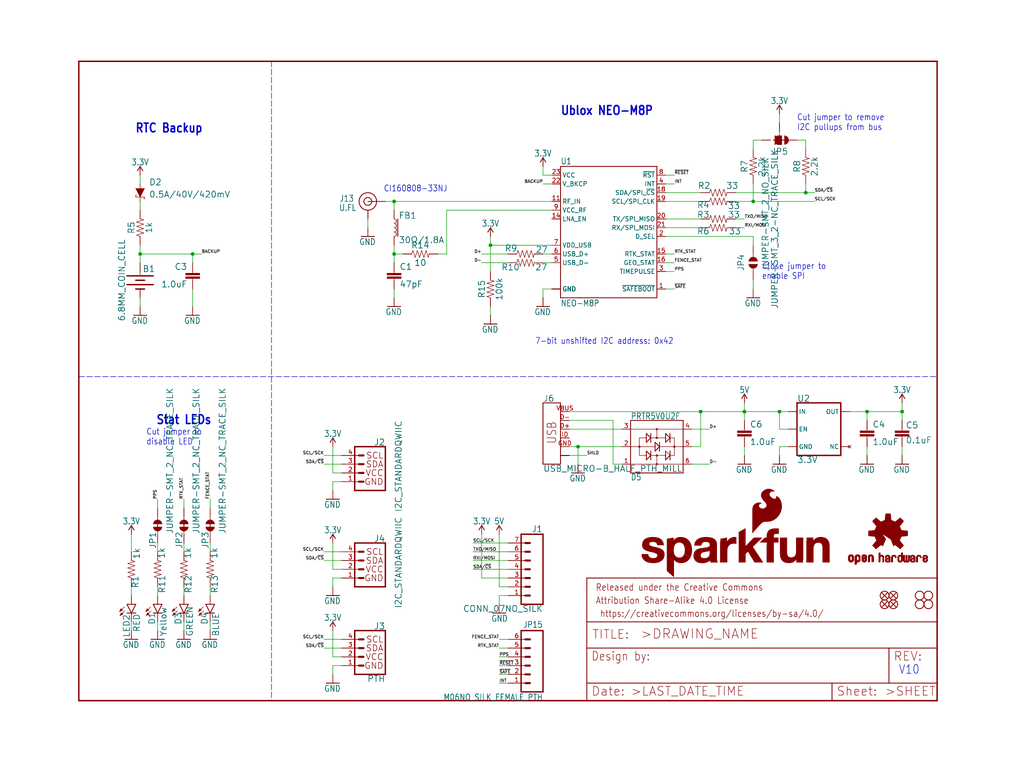
<source format=kicad_sch>
(kicad_sch (version 20211123) (generator eeschema)
  (paper "User" 297.002 223.926)
  (lib_symbols
    (symbol "eagleSchem-eagle-import:0.1UF-0603-25V-(+80{slash}-20%)"
      (property "Reference" "C" (at 1.524 2.921 0))
      (property "Value" "0.1UF-0603-25V-(+80{slash}-20%)" (at 1.524 -2.159 0))
      (symbol "0.1UF-0603-25V-(+80{slash}-20%)_1_0"
        (pin passive line (at 0 5.08 270) (length 2.54) (name "1") (number "1"))
        (pin passive line (at 0 -2.54 90) (length 2.54) (name "2") (number "2"))
      )
    )
    (symbol "eagleSchem-eagle-import:1.0UF-0603-16V-10%"
      (property "Reference" "C" (at 1.524 2.921 0))
      (property "Value" "1.0UF-0603-16V-10%" (at 1.524 -2.159 0))
      (symbol "1.0UF-0603-16V-10%_1_0"
        (pin passive line (at 0 5.08 270) (length 2.54) (name "1") (number "1"))
        (pin passive line (at 0 -2.54 90) (length 2.54) (name "2") (number "2"))
      )
    )
    (symbol "eagleSchem-eagle-import:100KOHM-0603-1{slash}10W-1%"
      (property "Reference" "R" (at 0 1.524 0))
      (property "Value" "100KOHM-0603-1{slash}10W-1%" (at 0 -1.524 0))
      (symbol "100KOHM-0603-1{slash}10W-1%_1_0"
        (pin passive line (at -5.08 0 0) (length 2.54) (name "1") (number "1"))
        (pin passive line (at 5.08 0 180) (length 2.54) (name "2") (number "2"))
      )
    )
    (symbol "eagleSchem-eagle-import:10OHM-0603-1{slash}10W-1%"
      (property "Reference" "R" (at 0 1.524 0))
      (property "Value" "10OHM-0603-1{slash}10W-1%" (at 0 -1.524 0))
      (symbol "10OHM-0603-1{slash}10W-1%_1_0"
        (pin passive line (at -5.08 0 0) (length 2.54) (name "1") (number "1"))
        (pin passive line (at 5.08 0 180) (length 2.54) (name "2") (number "2"))
      )
    )
    (symbol "eagleSchem-eagle-import:1KOHM-0603-1{slash}10W-1%"
      (property "Reference" "R" (at 0 1.524 0))
      (property "Value" "1KOHM-0603-1{slash}10W-1%" (at 0 -1.524 0))
      (symbol "1KOHM-0603-1{slash}10W-1%_1_0"
        (pin passive line (at -5.08 0 0) (length 2.54) (name "1") (number "1"))
        (pin passive line (at 5.08 0 180) (length 2.54) (name "2") (number "2"))
      )
    )
    (symbol "eagleSchem-eagle-import:2.2KOHM-0603-1{slash}10W-1%"
      (property "Reference" "R" (at 0 1.524 0))
      (property "Value" "2.2KOHM-0603-1{slash}10W-1%" (at 0 -1.524 0))
      (symbol "2.2KOHM-0603-1{slash}10W-1%_1_0"
        (pin passive line (at -5.08 0 0) (length 2.54) (name "1") (number "1"))
        (pin passive line (at 5.08 0 180) (length 2.54) (name "2") (number "2"))
      )
    )
    (symbol "eagleSchem-eagle-import:27OHM-0603-1{slash}10W-1%"
      (property "Reference" "R" (at 0 1.524 0))
      (property "Value" "27OHM-0603-1{slash}10W-1%" (at 0 -1.524 0))
      (symbol "27OHM-0603-1{slash}10W-1%_1_0"
        (pin passive line (at -5.08 0 0) (length 2.54) (name "1") (number "1"))
        (pin passive line (at 5.08 0 180) (length 2.54) (name "2") (number "2"))
      )
    )
    (symbol "eagleSchem-eagle-import:3.3V" (power)
      (property "Value" "3.3V" (at 0 2.794 0))
      (symbol "3.3V_1_0"
        (pin power_in line (at 0 0 90) (length 2.54) (name "3.3V") (number "1"))
      )
    )
    (symbol "eagleSchem-eagle-import:33OHM-0603-1{slash}10W-1%"
      (property "Reference" "R" (at 0 1.524 0))
      (property "Value" "33OHM-0603-1{slash}10W-1%" (at 0 -1.524 0))
      (symbol "33OHM-0603-1{slash}10W-1%_1_0"
        (pin passive line (at -5.08 0 0) (length 2.54) (name "1") (number "1"))
        (pin passive line (at 5.08 0 180) (length 2.54) (name "2") (number "2"))
      )
    )
    (symbol "eagleSchem-eagle-import:47PF-0603-50V-5%"
      (property "Reference" "C" (at 1.524 2.921 0))
      (property "Value" "47PF-0603-50V-5%" (at 1.524 -2.159 0))
      (symbol "47PF-0603-50V-5%_1_0"
        (pin passive line (at 0 5.08 270) (length 2.54) (name "1") (number "1"))
        (pin passive line (at 0 -2.54 90) (length 2.54) (name "2") (number "2"))
      )
    )
    (symbol "eagleSchem-eagle-import:5V" (power)
      (property "Value" "5V" (at 0 2.794 0))
      (symbol "5V_1_0"
        (pin power_in line (at 0 0 90) (length 2.54) (name "5V") (number "1"))
      )
    )
    (symbol "eagleSchem-eagle-import:BATTERY-6.8MM_SMD"
      (property "Reference" "BT" (at 0 4.318 0))
      (property "Value" "BATTERY-6.8MM_SMD" (at 0 -4.318 0))
      (symbol "BATTERY-6.8MM_SMD_1_0"
        (pin power_in line (at -5.08 0 0) (length 2.54) (name "+") (number "+"))
        (pin power_in line (at 5.08 0 180) (length 2.54) (name "-") (number "-"))
      )
    )
    (symbol "eagleSchem-eagle-import:CONN_07NO_SILK"
      (property "Reference" "J" (at -5.08 13.208 0))
      (property "Value" "CONN_07NO_SILK" (at -5.08 -9.906 0))
      (symbol "CONN_07NO_SILK_1_0"
        (pin passive line (at 5.08 -5.08 180) (length 5.08) (name "1") (number "1"))
        (pin passive line (at 5.08 -2.54 180) (length 5.08) (name "2") (number "2"))
        (pin passive line (at 5.08 0 180) (length 5.08) (name "3") (number "3"))
        (pin passive line (at 5.08 2.54 180) (length 5.08) (name "4") (number "4"))
        (pin passive line (at 5.08 5.08 180) (length 5.08) (name "5") (number "5"))
        (pin passive line (at 5.08 7.62 180) (length 5.08) (name "6") (number "6"))
        (pin passive line (at 5.08 10.16 180) (length 5.08) (name "7") (number "7"))
      )
    )
    (symbol "eagleSchem-eagle-import:DIODE-SCHOTTKY-PMEG4005EJ"
      (property "Reference" "D" (at -2.54 2.032 0))
      (property "Value" "DIODE-SCHOTTKY-PMEG4005EJ" (at -2.54 -2.032 0))
      (symbol "DIODE-SCHOTTKY-PMEG4005EJ_1_0"
        (pin passive line (at -2.54 0 0) (length 0) (name "A") (number "A"))
        (pin passive line (at 2.54 0 180) (length 0) (name "C") (number "C"))
      )
    )
    (symbol "eagleSchem-eagle-import:FERRITE_BEAD-0603"
      (property "Reference" "FB" (at 1.27 2.54 0))
      (property "Value" "FERRITE_BEAD-0603" (at 1.27 -2.54 0))
      (symbol "FERRITE_BEAD-0603_1_0"
        (pin passive line (at 0 5.08 270) (length 2.54) (name "1") (number "1"))
        (pin passive line (at 0 -5.08 90) (length 2.54) (name "2") (number "2"))
      )
    )
    (symbol "eagleSchem-eagle-import:FIDUCIALUFIDUCIAL")
    (symbol "eagleSchem-eagle-import:FRAME-LETTER"
      (symbol "FRAME-LETTER_2_0"
        (text " https://creativecommons.org/licenses/by-sa/4.0/" (at 2.54 24.13 0) (effects (font (size 1.9304 1.6408)) (justify left bottom)))
        (text ">DRAWING_NAME" (at 15.494 17.78 0) (effects (font (size 2.7432 2.7432)) (justify left bottom)))
        (text ">LAST_DATE_TIME" (at 12.7 1.27 0) (effects (font (size 2.54 2.54)) (justify left bottom)))
        (text ">SHEET" (at 86.36 1.27 0) (effects (font (size 2.54 2.54)) (justify left bottom)))
        (text "Attribution Share-Alike 4.0 License" (at 2.54 27.94 0) (effects (font (size 1.9304 1.6408)) (justify left bottom)))
        (text "Date:" (at 1.27 1.27 0) (effects (font (size 2.54 2.54)) (justify left bottom)))
        (text "Design by:" (at 1.27 11.43 0) (effects (font (size 2.54 2.159)) (justify left bottom)))
        (text "Released under the Creative Commons" (at 2.54 31.75 0) (effects (font (size 1.9304 1.6408)) (justify left bottom)))
        (text "REV:" (at 88.9 11.43 0) (effects (font (size 2.54 2.54)) (justify left bottom)))
        (text "Sheet:" (at 72.39 1.27 0) (effects (font (size 2.54 2.54)) (justify left bottom)))
        (text "TITLE:" (at 1.524 17.78 0) (effects (font (size 2.54 2.54)) (justify left bottom)))
      )
    )
    (symbol "eagleSchem-eagle-import:GND" (power)
      (property "Value" "GND" (at -2.54 -2.54 0))
      (symbol "GND_1_0"
        (pin power_in line (at 0 2.54 270) (length 2.54) (name "GND") (number "1"))
      )
    )
    (symbol "eagleSchem-eagle-import:I2C_STANDARDQWIIC"
      (property "Reference" "J" (at -5.08 7.874 0))
      (property "Value" "I2C_STANDARDQWIIC" (at -5.08 -5.334 0))
      (symbol "I2C_STANDARDQWIIC_1_0"
        (text "GND" (at -4.572 -2.54 0) (effects (font (size 1.778 1.778)) (justify left)))
        (text "SCL" (at -4.572 5.08 0) (effects (font (size 1.778 1.778)) (justify left)))
        (text "SDA" (at -4.572 2.54 0) (effects (font (size 1.778 1.778)) (justify left)))
        (text "VCC" (at -4.572 0 0) (effects (font (size 1.778 1.778)) (justify left)))
        (pin power_in line (at 7.62 -2.54 180) (length 5.08) (name "1") (number "1"))
        (pin power_in line (at 7.62 0 180) (length 5.08) (name "2") (number "2"))
        (pin passive line (at 7.62 2.54 180) (length 5.08) (name "3") (number "3"))
        (pin passive line (at 7.62 5.08 180) (length 5.08) (name "4") (number "4"))
      )
    )
    (symbol "eagleSchem-eagle-import:I2C_STANDARD_NO_SILK"
      (property "Reference" "J" (at -5.08 7.874 0))
      (property "Value" "I2C_STANDARD_NO_SILK" (at -5.08 -5.334 0))
      (symbol "I2C_STANDARD_NO_SILK_1_0"
        (text "GND" (at -4.572 -2.54 0) (effects (font (size 1.778 1.778)) (justify left)))
        (text "SCL" (at -4.572 5.08 0) (effects (font (size 1.778 1.778)) (justify left)))
        (text "SDA" (at -4.572 2.54 0) (effects (font (size 1.778 1.778)) (justify left)))
        (text "VCC" (at -4.572 0 0) (effects (font (size 1.778 1.778)) (justify left)))
        (pin power_in line (at 7.62 -2.54 180) (length 5.08) (name "1") (number "1"))
        (pin power_in line (at 7.62 0 180) (length 5.08) (name "2") (number "2"))
        (pin passive line (at 7.62 2.54 180) (length 5.08) (name "3") (number "3"))
        (pin passive line (at 7.62 5.08 180) (length 5.08) (name "4") (number "4"))
      )
    )
    (symbol "eagleSchem-eagle-import:JUMPER-SMT_2_NC_TRACE_SILK"
      (property "Reference" "JP" (at -2.54 2.54 0))
      (property "Value" "JUMPER-SMT_2_NC_TRACE_SILK" (at -2.54 -2.54 0))
      (symbol "JUMPER-SMT_2_NC_TRACE_SILK_1_0"
        (pin passive line (at -5.08 0 0) (length 2.54) (name "1") (number "1"))
        (pin passive line (at 5.08 0 180) (length 2.54) (name "2") (number "2"))
      )
    )
    (symbol "eagleSchem-eagle-import:JUMPER-SMT_2_NO_SILK"
      (property "Reference" "JP" (at -2.54 2.54 0))
      (property "Value" "JUMPER-SMT_2_NO_SILK" (at -2.54 -2.54 0))
      (symbol "JUMPER-SMT_2_NO_SILK_1_0"
        (pin passive line (at -5.08 0 0) (length 2.54) (name "1") (number "1"))
        (pin passive line (at 5.08 0 180) (length 2.54) (name "2") (number "2"))
      )
    )
    (symbol "eagleSchem-eagle-import:JUMPER-SMT_3_2-NC_TRACE_SILK"
      (property "Reference" "JP" (at 2.54 0.381 0))
      (property "Value" "JUMPER-SMT_3_2-NC_TRACE_SILK" (at 2.54 -0.381 0))
      (symbol "JUMPER-SMT_3_2-NC_TRACE_SILK_1_0"
        (pin passive line (at 0 5.08 270) (length 2.54) (name "1") (number "1"))
        (pin passive line (at -5.08 0 0) (length 2.54) (name "2") (number "2"))
        (pin passive line (at 0 -5.08 90) (length 2.54) (name "3") (number "3"))
      )
    )
    (symbol "eagleSchem-eagle-import:LED-BLUE0603"
      (property "Reference" "D" (at -3.429 -4.572 90))
      (property "Value" "LED-BLUE0603" (at 1.905 -4.572 90))
      (symbol "LED-BLUE0603_1_0"
        (pin passive line (at 0 2.54 270) (length 2.54) (name "A") (number "A"))
        (pin passive line (at 0 -5.08 90) (length 2.54) (name "C") (number "C"))
      )
    )
    (symbol "eagleSchem-eagle-import:LED-GREEN0603"
      (property "Reference" "D" (at -3.429 -4.572 90))
      (property "Value" "LED-GREEN0603" (at 1.905 -4.572 90))
      (symbol "LED-GREEN0603_1_0"
        (pin passive line (at 0 2.54 270) (length 2.54) (name "A") (number "A"))
        (pin passive line (at 0 -5.08 90) (length 2.54) (name "C") (number "C"))
      )
    )
    (symbol "eagleSchem-eagle-import:LED-RED0603"
      (property "Reference" "D" (at -3.429 -4.572 90))
      (property "Value" "LED-RED0603" (at 1.905 -4.572 90))
      (symbol "LED-RED0603_1_0"
        (pin passive line (at 0 2.54 270) (length 2.54) (name "A") (number "A"))
        (pin passive line (at 0 -5.08 90) (length 2.54) (name "C") (number "C"))
      )
    )
    (symbol "eagleSchem-eagle-import:LED-YELLOW0603"
      (property "Reference" "D" (at -3.429 -4.572 90))
      (property "Value" "LED-YELLOW0603" (at 1.905 -4.572 90))
      (symbol "LED-YELLOW0603_1_0"
        (pin passive line (at 0 2.54 270) (length 2.54) (name "A") (number "A"))
        (pin passive line (at 0 -5.08 90) (length 2.54) (name "C") (number "C"))
      )
    )
    (symbol "eagleSchem-eagle-import:M06NO_SILK_FEMALE_PTH"
      (property "Reference" "J" (at -5.08 10.922 0))
      (property "Value" "M06NO_SILK_FEMALE_PTH" (at -5.08 -10.16 0))
      (symbol "M06NO_SILK_FEMALE_PTH_1_0"
        (pin passive line (at 5.08 -5.08 180) (length 5.08) (name "1") (number "1"))
        (pin passive line (at 5.08 -2.54 180) (length 5.08) (name "2") (number "2"))
        (pin passive line (at 5.08 0 180) (length 5.08) (name "3") (number "3"))
        (pin passive line (at 5.08 2.54 180) (length 5.08) (name "4") (number "4"))
        (pin passive line (at 5.08 5.08 180) (length 5.08) (name "5") (number "5"))
        (pin passive line (at 5.08 7.62 180) (length 5.08) (name "6") (number "6"))
      )
    )
    (symbol "eagleSchem-eagle-import:NEO-M8PM8P"
      (property "Reference" "U" (at -12.7 18.288 0))
      (property "Value" "NEO-M8PM8P" (at -12.7 -22.86 0))
      (symbol "NEO-M8PM8P_1_0"
        (pin bidirectional line (at 17.78 -17.78 180) (length 2.54) (name "~{SAFEBOOT}") (number "1"))
        (pin bidirectional line (at -15.24 -17.78 0) (length 2.54) (name "GND") (number "10"))
        (pin bidirectional line (at -15.24 7.62 0) (length 2.54) (name "RF_IN") (number "11"))
        (pin bidirectional line (at -15.24 -17.78 0) (length 2.54) (name "GND") (number "12"))
        (pin bidirectional line (at -15.24 -17.78 0) (length 2.54) (name "GND") (number "13"))
        (pin bidirectional line (at -15.24 2.54 0) (length 2.54) (name "LNA_EN") (number "14"))
        (pin bidirectional line (at 17.78 -7.62 180) (length 2.54) (name "RTK_STAT") (number "15"))
        (pin bidirectional line (at 17.78 -10.16 180) (length 2.54) (name "GEO_STAT") (number "16"))
        (pin bidirectional line (at 17.78 10.16 180) (length 2.54) (name "SDA/SPI_~{CS}") (number "18"))
        (pin bidirectional line (at 17.78 7.62 180) (length 2.54) (name "SCL/SPI_CLK") (number "19"))
        (pin bidirectional line (at 17.78 -2.54 180) (length 2.54) (name "D_SEL") (number "2"))
        (pin bidirectional line (at 17.78 2.54 180) (length 2.54) (name "TX/SPI_MISO") (number "20"))
        (pin bidirectional line (at 17.78 0 180) (length 2.54) (name "RX/SPI_MOSI") (number "21"))
        (pin bidirectional line (at -15.24 12.7 0) (length 2.54) (name "V_BKCP") (number "22"))
        (pin bidirectional line (at -15.24 15.24 0) (length 2.54) (name "VCC") (number "23"))
        (pin bidirectional line (at -15.24 -17.78 0) (length 2.54) (name "GND") (number "24"))
        (pin bidirectional line (at 17.78 -12.7 180) (length 2.54) (name "TIMEPULSE") (number "3"))
        (pin bidirectional line (at 17.78 12.7 180) (length 2.54) (name "INT") (number "4"))
        (pin bidirectional line (at -15.24 -10.16 0) (length 2.54) (name "USB_D-") (number "5"))
        (pin bidirectional line (at -15.24 -7.62 0) (length 2.54) (name "USB_D+") (number "6"))
        (pin bidirectional line (at -15.24 -5.08 0) (length 2.54) (name "VDD_USB") (number "7"))
        (pin bidirectional line (at 17.78 15.24 180) (length 2.54) (name "~{RST}") (number "8"))
        (pin bidirectional line (at -15.24 5.08 0) (length 2.54) (name "VCC_RF") (number "9"))
      )
    )
    (symbol "eagleSchem-eagle-import:OSHW-LOGOMINI")
    (symbol "eagleSchem-eagle-import:PRTR5V0U2F"
      (property "Reference" "D" (at -7.62 7.874 0))
      (property "Value" "PRTR5V0U2F" (at -7.62 -7.874 0))
      (symbol "PRTR5V0U2F_1_0"
        (pin bidirectional line (at -10.16 5.08 0) (length 2.54) (name "1") (number "1"))
        (pin bidirectional line (at -10.16 0 0) (length 2.54) (name "2") (number "2"))
        (pin bidirectional line (at -10.16 -5.08 0) (length 2.54) (name "3") (number "3"))
        (pin bidirectional line (at 10.16 -5.08 180) (length 2.54) (name "4") (number "4"))
        (pin bidirectional line (at 10.16 0 180) (length 2.54) (name "5") (number "5"))
        (pin bidirectional line (at 10.16 5.08 180) (length 2.54) (name "6") (number "6"))
      )
    )
    (symbol "eagleSchem-eagle-import:SFE_LOGO_NAME_FLAME.1_INCH")
    (symbol "eagleSchem-eagle-import:STAND-OFF")
    (symbol "eagleSchem-eagle-import:U.FL2PIN"
      (property "Reference" "J" (at 2.54 -5.08 0))
      (property "Value" "U.FL2PIN" (at 2.54 -7.62 0))
      (symbol "U.FL2PIN_1_0"
        (pin bidirectional line (at 0 -5.08 90) (length 2.54) (name "GND") (number "1"))
        (pin bidirectional line (at 0 -5.08 90) (length 2.54) (name "GND") (number "2"))
        (pin bidirectional line (at 5.08 0 180) (length 5.08) (name "SIGNAL") (number "FEED"))
      )
    )
    (symbol "eagleSchem-eagle-import:USB_MICRO-B_HALF_PTH_MILL"
      (property "Reference" "J" (at -2.54 10.414 0))
      (property "Value" "USB_MICRO-B_HALF_PTH_MILL" (at -2.54 -9.906 0))
      (symbol "USB_MICRO-B_HALF_PTH_MILL_1_0"
        (text "USB" (at 0 1.524 900) (effects (font (size 2.54 2.159))))
        (pin bidirectional line (at 5.08 2.54 180) (length 2.54) (name "D+") (number "D+"))
        (pin bidirectional line (at 5.08 5.08 180) (length 2.54) (name "D-") (number "D-"))
        (pin power_in line (at 5.08 -2.54 180) (length 2.54) (name "GND") (number "GND"))
        (pin bidirectional line (at 5.08 0 180) (length 2.54) (name "ID") (number "ID"))
        (pin bidirectional line (at 5.08 -5.08 180) (length 2.54) (name "SHIELD") (number "SHIELD"))
        (pin bidirectional line (at 5.08 -5.08 180) (length 2.54) (name "SHIELD") (number "SHIELD10"))
        (pin bidirectional line (at 5.08 -5.08 180) (length 2.54) (name "SHIELD") (number "SHIELD2"))
        (pin bidirectional line (at 5.08 -5.08 180) (length 2.54) (name "SHIELD") (number "SHIELD3"))
        (pin bidirectional line (at 5.08 -5.08 180) (length 2.54) (name "SHIELD") (number "SHIELD4"))
        (pin bidirectional line (at 5.08 -5.08 180) (length 2.54) (name "SHIELD") (number "SHIELD5"))
        (pin bidirectional line (at 5.08 -5.08 180) (length 2.54) (name "SHIELD") (number "SHIELD6"))
        (pin bidirectional line (at 5.08 -5.08 180) (length 2.54) (name "SHIELD") (number "SHIELD7"))
        (pin bidirectional line (at 5.08 -5.08 180) (length 2.54) (name "SHIELD") (number "SHIELD8"))
        (pin bidirectional line (at 5.08 -5.08 180) (length 2.54) (name "SHIELD") (number "SHIELD9"))
        (pin power_in line (at 5.08 7.62 180) (length 2.54) (name "VBUS") (number "VBUS"))
      )
    )
    (symbol "eagleSchem-eagle-import:V_REG_AP2112K-3.3V"
      (property "Reference" "U" (at -7.62 7.874 0))
      (property "Value" "V_REG_AP2112K-3.3V" (at -7.62 -7.874 0))
      (symbol "V_REG_AP2112K-3.3V_1_0"
        (pin input line (at -10.16 5.08 0) (length 2.54) (name "IN") (number "1"))
        (pin input line (at -10.16 -5.08 0) (length 2.54) (name "GND") (number "2"))
        (pin input line (at -10.16 0 0) (length 2.54) (name "EN") (number "3"))
        (pin no_connect line (at 7.62 -5.08 180) (length 2.54) (name "NC") (number "4"))
        (pin passive line (at 7.62 5.08 180) (length 2.54) (name "OUT") (number "5"))
      )
    )
  )
  (junction (at 218.44 58.42))
  (junction (at 233.68 55.88))
  (junction (at 251.46 119.38))
  (junction (at 40.64 73.66))
  (junction (at 55.88 73.66))
  (junction (at 114.3 58.42))
  (junction (at 261.62 119.38))
  (junction (at 203.2 119.38))
  (junction (at 114.3 73.66))
  (junction (at 215.9 119.38))
  (junction (at 142.24 71.12))
  (junction (at 226.06 119.38))
  (junction (at 167.64 129.54))
  (wire (pts (xy 261.62 121.92) (xy 261.62 119.38)))
  (wire (pts (xy 233.68 55.88) (xy 236.22 55.88)))
  (wire (pts (xy 200.66 124.46) (xy 205.74 124.46)))
  (wire (pts (xy 38.1 182.88) (xy 38.1 180.34)))
  (wire (pts (xy 40.64 58.42) (xy 40.64 60.96)))
  (wire (pts (xy 226.06 119.38) (xy 228.6 119.38)))
  (wire (pts (xy 213.36 58.42) (xy 218.44 58.42)))
  (wire (pts (xy 147.32 198.12) (xy 144.78 198.12)))
  (wire (pts (xy 45.72 170.18) (xy 45.72 172.72)))
  (wire (pts (xy 144.78 172.72) (xy 144.78 175.26)))
  (wire (pts (xy 147.32 195.58) (xy 144.78 195.58)))
  (wire (pts (xy 147.32 167.64) (xy 139.7 167.64)))
  (wire (pts (xy 226.06 33.02) (xy 226.06 35.56)))
  (wire (pts (xy 114.3 58.42) (xy 160.02 58.42)))
  (wire (pts (xy 114.3 71.12) (xy 114.3 73.66)))
  (wire (pts (xy 55.88 73.66) (xy 55.88 76.2)))
  (wire (pts (xy 99.06 134.62) (xy 93.98 134.62)))
  (wire (pts (xy 142.24 71.12) (xy 142.24 78.74)))
  (wire (pts (xy 55.88 73.66) (xy 40.64 73.66)))
  (wire (pts (xy 99.06 160.02) (xy 93.98 160.02)))
  (wire (pts (xy 251.46 132.08) (xy 251.46 129.54)))
  (wire (pts (xy 193.04 73.66) (xy 195.58 73.66)))
  (wire (pts (xy 53.34 147.32) (xy 53.34 144.78)))
  (wire (pts (xy 193.04 68.58) (xy 218.44 68.58)))
  (wire (pts (xy 96.52 139.7) (xy 96.52 142.24)))
  (wire (pts (xy 142.24 68.58) (xy 142.24 71.12)))
  (wire (pts (xy 129.54 73.66) (xy 127 73.66)))
  (wire (pts (xy 261.62 116.84) (xy 261.62 119.38)))
  (wire (pts (xy 147.32 185.42) (xy 144.78 185.42)))
  (wire (pts (xy 55.88 83.82) (xy 55.88 88.9)))
  (wire (pts (xy 99.06 162.56) (xy 93.98 162.56)))
  (wire (pts (xy 177.8 134.62) (xy 180.34 134.62)))
  (wire (pts (xy 193.04 76.2) (xy 195.58 76.2)))
  (wire (pts (xy 251.46 119.38) (xy 261.62 119.38)))
  (wire (pts (xy 215.9 119.38) (xy 203.2 119.38)))
  (wire (pts (xy 147.32 170.18) (xy 144.78 170.18)))
  (wire (pts (xy 60.96 147.32) (xy 60.96 144.78)))
  (wire (pts (xy 160.02 73.66) (xy 157.48 73.66)))
  (wire (pts (xy 160.02 50.8) (xy 157.48 50.8)))
  (wire (pts (xy 193.04 78.74) (xy 195.58 78.74)))
  (wire (pts (xy 213.36 55.88) (xy 233.68 55.88)))
  (wire (pts (xy 147.32 76.2) (xy 139.7 76.2)))
  (wire (pts (xy 193.04 63.5) (xy 203.2 63.5)))
  (wire (pts (xy 96.52 137.16) (xy 96.52 129.54)))
  (wire (pts (xy 147.32 160.02) (xy 137.16 160.02)))
  (wire (pts (xy 246.38 119.38) (xy 251.46 119.38)))
  (wire (pts (xy 147.32 157.48) (xy 137.16 157.48)))
  (wire (pts (xy 218.44 71.12) (xy 218.44 68.58)))
  (wire (pts (xy 218.44 81.28) (xy 218.44 83.82)))
  (wire (pts (xy 106.68 66.04) (xy 106.68 63.5)))
  (wire (pts (xy 147.32 73.66) (xy 139.7 73.66)))
  (wire (pts (xy 99.06 190.5) (xy 96.52 190.5)))
  (wire (pts (xy 99.06 167.64) (xy 96.52 167.64)))
  (wire (pts (xy 147.32 162.56) (xy 137.16 162.56)))
  (wire (pts (xy 40.64 86.36) (xy 40.64 88.9)))
  (wire (pts (xy 218.44 58.42) (xy 236.22 58.42)))
  (wire (pts (xy 203.2 58.42) (xy 193.04 58.42)))
  (wire (pts (xy 96.52 165.1) (xy 96.52 157.48)))
  (wire (pts (xy 40.64 50.8) (xy 40.64 53.34)))
  (wire (pts (xy 213.36 66.04) (xy 215.9 66.04)))
  (wire (pts (xy 45.72 147.32) (xy 45.72 144.78)))
  (wire (pts (xy 60.96 157.48) (xy 60.96 160.02)))
  (wire (pts (xy 215.9 121.92) (xy 215.9 119.38)))
  (wire (pts (xy 147.32 193.04) (xy 144.78 193.04)))
  (wire (pts (xy 233.68 43.18) (xy 233.68 40.64)))
  (wire (pts (xy 55.88 73.66) (xy 58.42 73.66)))
  (wire (pts (xy 193.04 50.8) (xy 195.58 50.8)))
  (wire (pts (xy 38.1 172.72) (xy 38.1 170.18)))
  (wire (pts (xy 203.2 119.38) (xy 165.1 119.38)))
  (wire (pts (xy 157.48 48.26) (xy 157.48 50.8)))
  (wire (pts (xy 203.2 55.88) (xy 193.04 55.88)))
  (wire (pts (xy 233.68 53.34) (xy 233.68 55.88)))
  (wire (pts (xy 218.44 43.18) (xy 218.44 40.64)))
  (wire (pts (xy 40.64 73.66) (xy 40.64 76.2)))
  (wire (pts (xy 114.3 58.42) (xy 111.76 58.42)))
  (wire (pts (xy 218.44 40.64) (xy 220.98 40.64)))
  (wire (pts (xy 193.04 53.34) (xy 195.58 53.34)))
  (wire (pts (xy 226.06 129.54) (xy 226.06 132.08)))
  (wire (pts (xy 147.32 165.1) (xy 137.16 165.1)))
  (wire (pts (xy 167.64 129.54) (xy 167.64 134.62)))
  (wire (pts (xy 99.06 139.7) (xy 96.52 139.7)))
  (wire (pts (xy 261.62 132.08) (xy 261.62 129.54)))
  (wire (pts (xy 144.78 170.18) (xy 144.78 154.94)))
  (wire (pts (xy 129.54 60.96) (xy 129.54 73.66)))
  (wire (pts (xy 226.06 124.46) (xy 226.06 119.38)))
  (wire (pts (xy 99.06 185.42) (xy 93.98 185.42)))
  (wire (pts (xy 203.2 129.54) (xy 203.2 119.38)))
  (wire (pts (xy 160.02 76.2) (xy 157.48 76.2)))
  (wire (pts (xy 139.7 167.64) (xy 139.7 154.94)))
  (wire (pts (xy 99.06 165.1) (xy 96.52 165.1)))
  (wire (pts (xy 40.64 71.12) (xy 40.64 73.66)))
  (wire (pts (xy 99.06 193.04) (xy 96.52 193.04)))
  (wire (pts (xy 99.06 132.08) (xy 93.98 132.08)))
  (wire (pts (xy 228.6 129.54) (xy 226.06 129.54)))
  (wire (pts (xy 114.3 73.66) (xy 114.3 76.2)))
  (wire (pts (xy 233.68 40.64) (xy 231.14 40.64)))
  (wire (pts (xy 177.8 121.92) (xy 177.8 134.62)))
  (wire (pts (xy 142.24 71.12) (xy 160.02 71.12)))
  (wire (pts (xy 53.34 157.48) (xy 53.34 160.02)))
  (wire (pts (xy 165.1 124.46) (xy 180.34 124.46)))
  (wire (pts (xy 165.1 129.54) (xy 167.64 129.54)))
  (wire (pts (xy 147.32 172.72) (xy 144.78 172.72)))
  (wire (pts (xy 180.34 129.54) (xy 167.64 129.54)))
  (wire (pts (xy 45.72 180.34) (xy 45.72 182.88)))
  (wire (pts (xy 114.3 86.36) (xy 114.3 83.82)))
  (wire (pts (xy 228.6 124.46) (xy 226.06 124.46)))
  (wire (pts (xy 215.9 132.08) (xy 215.9 129.54)))
  (wire (pts (xy 160.02 83.82) (xy 157.48 83.82)))
  (wire (pts (xy 96.52 193.04) (xy 96.52 195.58)))
  (polyline (pts (xy 22.86 109.22) (xy 271.78 109.22)))
  (wire (pts (xy 251.46 119.38) (xy 251.46 121.92)))
  (wire (pts (xy 142.24 91.44) (xy 142.24 88.9)))
  (wire (pts (xy 96.52 190.5) (xy 96.52 182.88)))
  (wire (pts (xy 226.06 119.38) (xy 215.9 119.38)))
  (wire (pts (xy 99.06 137.16) (xy 96.52 137.16)))
  (wire (pts (xy 193.04 83.82) (xy 195.58 83.82)))
  (wire (pts (xy 45.72 157.48) (xy 45.72 160.02)))
  (wire (pts (xy 160.02 53.34) (xy 157.48 53.34)))
  (wire (pts (xy 213.36 63.5) (xy 215.9 63.5)))
  (wire (pts (xy 160.02 60.96) (xy 129.54 60.96)))
  (wire (pts (xy 193.04 66.04) (xy 203.2 66.04)))
  (wire (pts (xy 53.34 170.18) (xy 53.34 172.72)))
  (wire (pts (xy 96.52 167.64) (xy 96.52 170.18)))
  (wire (pts (xy 157.48 83.82) (xy 157.48 86.36)))
  (wire (pts (xy 165.1 121.92) (xy 177.8 121.92)))
  (wire (pts (xy 114.3 58.42) (xy 114.3 60.96)))
  (wire (pts (xy 38.1 154.94) (xy 38.1 160.02)))
  (wire (pts (xy 165.1 132.08) (xy 170.18 132.08)))
  (wire (pts (xy 99.06 187.96) (xy 93.98 187.96)))
  (wire (pts (xy 116.84 73.66) (xy 114.3 73.66)))
  (polyline (pts (xy 78.74 17.78) (xy 78.74 203.2)))
  (wire (pts (xy 200.66 134.62) (xy 205.74 134.62)))
  (wire (pts (xy 215.9 119.38) (xy 215.9 116.84)))
  (wire (pts (xy 53.34 180.34) (xy 53.34 182.88)))
  (wire (pts (xy 60.96 180.34) (xy 60.96 182.88)))
  (wire (pts (xy 147.32 187.96) (xy 144.78 187.96)))
  (wire (pts (xy 218.44 53.34) (xy 218.44 58.42)))
  (wire (pts (xy 147.32 190.5) (xy 144.78 190.5)))
  (wire (pts (xy 200.66 129.54) (xy 203.2 129.54)))
  (wire (pts (xy 60.96 170.18) (xy 60.96 172.72)))
  (text "CI160808-33NJ" (at 111.252 55.88 180) (effects (font (size 1.778 1.5113)) (justify left bottom)))
  (text "RTC Backup" (at 49.022 37.338 180) (effects (font (size 2.54 2.159) (thickness 0.4318) bold)))
  (text "Cut jumper to\ndisable LED" (at 42.418 129.286 180) (effects (font (size 1.778 1.5113)) (justify left bottom)))
  (text "Stat LEDs" (at 53.34 121.92 180) (effects (font (size 2.54 2.159) (thickness 0.4318) bold)))
  (text "V10" (at 260.604 195.834 180) (effects (font (size 2.54 2.159)) (justify left bottom)))
  (text "Close jumper to\nenable SPI" (at 220.98 81.28 180) (effects (font (size 1.778 1.5113)) (justify left bottom)))
  (text "7-bit unshifted I2C address: 0x42" (at 175.26 99.06 180) (effects (font (size 1.778 1.5113))))
  (text "Ublox NEO-M8P" (at 176.022 32.258 180) (effects (font (size 2.54 2.159) (thickness 0.4318) bold)))
  (text "Cut jumper to remove\nI2C pullups from bus" (at 231.14 38.1 180) (effects (font (size 1.778 1.5113)) (justify left bottom)))
  (label "SHLD" (at 170.18 132.08 0) (effects (font (size 0.889 0.889))))
  (label "RXI/MOSI" (at 215.9 66.04 0) (effects (font (size 0.889 0.889))))
  (label "RTK_STAT" (at 144.78 187.96 180) (effects (font (size 0.889 0.889))))
  (label "BACKUP" (at 157.48 53.34 180) (effects (font (size 0.889 0.889))))
  (label "RTK_STAT" (at 53.34 144.78 90) (effects (font (size 0.889 0.889))))
  (label "~{SAFE}" (at 144.78 195.58 0) (effects (font (size 0.889 0.889))))
  (label "TXO/MISO" (at 215.9 63.5 0) (effects (font (size 0.889 0.889))))
  (label "PPS" (at 144.78 190.5 0) (effects (font (size 0.889 0.889))))
  (label "FENCE_STAT" (at 144.78 185.42 180) (effects (font (size 0.889 0.889))))
  (label "TXO/MISO" (at 137.16 160.02 0) (effects (font (size 0.889 0.889))))
  (label "~{SAFE}" (at 195.58 83.82 0) (effects (font (size 0.889 0.889))))
  (label "SDA/~{CS}" (at 93.98 134.62 180) (effects (font (size 0.889 0.889))))
  (label "SDA/~{CS}" (at 236.22 55.88 0) (effects (font (size 0.889 0.889))))
  (label "BACKUP" (at 58.42 73.66 0) (effects (font (size 0.889 0.889))))
  (label "FENCE_STAT" (at 60.96 144.78 90) (effects (font (size 0.889 0.889))))
  (label "SCL/SCK" (at 93.98 132.08 180) (effects (font (size 0.889 0.889))))
  (label "SDA/~{CS}" (at 93.98 162.56 180) (effects (font (size 0.889 0.889))))
  (label "D+" (at 139.7 73.66 180) (effects (font (size 0.889 0.889))))
  (label "SCL/SCK" (at 93.98 160.02 180) (effects (font (size 0.889 0.889))))
  (label "SCL/SCK" (at 137.16 157.48 0) (effects (font (size 0.889 0.889))))
  (label "PPS" (at 45.72 144.78 90) (effects (font (size 0.889 0.889))))
  (label "SCL/SCK" (at 93.98 185.42 180) (effects (font (size 0.889 0.889))))
  (label "D-" (at 139.7 76.2 180) (effects (font (size 0.889 0.889))))
  (label "RXI/MOSI" (at 137.16 162.56 0) (effects (font (size 0.889 0.889))))
  (label "SCL/SCK" (at 236.22 58.42 0) (effects (font (size 0.889 0.889))))
  (label "~{RESET}" (at 195.58 50.8 0) (effects (font (size 0.889 0.889))))
  (label "D+" (at 205.74 124.46 0) (effects (font (size 0.889 0.889))))
  (label "~{RESET}" (at 144.78 193.04 0) (effects (font (size 0.889 0.889))))
  (label "RTK_STAT" (at 195.58 73.66 0) (effects (font (size 0.889 0.889))))
  (label "D-" (at 205.74 134.62 0) (effects (font (size 0.889 0.889))))
  (label "FENCE_STAT" (at 195.58 76.2 0) (effects (font (size 0.889 0.889))))
  (label "INT" (at 195.58 53.34 0) (effects (font (size 0.889 0.889))))
  (label "SDA/~{CS}" (at 93.98 187.96 180) (effects (font (size 0.889 0.889))))
  (label "INT" (at 144.78 198.12 0) (effects (font (size 0.889 0.889))))
  (label "PPS" (at 195.58 78.74 0) (effects (font (size 0.889 0.889))))
  (label "SDA/~{CS}" (at 137.16 165.1 0) (effects (font (size 0.889 0.889))))
  (symbol (lib_id "eagleSchem-eagle-import:3.3V") (at 139.7 154.94 0) (unit 1)
    (property "Reference" "#SUPPLY10" (effects hide))
    (property "Value" "3.3V" (at 139.7 152.146 0) (effects (font (size 1.778 1.5113)) (justify bottom)))
    (property "Footprint" "eagleSchem:" (effects hide))
  )
  (symbol (lib_id "eagleSchem-eagle-import:1KOHM-0603-1{slash}10W-1%") (at 60.96 165.1 90) (unit 1)
    (property "Reference" "R13" (at 63.246 169.418 0) (effects (font (size 1.778 1.778)) (justify bottom)))
    (property "Value" "1k" (at 63.119 160.401 0) (effects (font (size 1.778 1.778)) (justify bottom)))
    (property "Footprint" "eagleSchem:0603" (effects hide))
  )
  (symbol (lib_id "eagleSchem-eagle-import:DIODE-SCHOTTKY-PMEG4005EJ") (at 40.64 55.88 270) (unit 1)
    (property "Reference" "D2" (at 43.18 53.848 90) (effects (font (size 1.778 1.778)) (justify left bottom)))
    (property "Value" "0.5A/40V/420mV" (at 43.18 55.372 90) (effects (font (size 1.778 1.778)) (justify left top)))
    (property "Footprint" "eagleSchem:SOD-323" (effects hide))
  )
  (symbol (lib_id "eagleSchem-eagle-import:JUMPER-SMT_2_NO_SILK") (at 218.44 76.2 90) (unit 1)
    (property "Reference" "JP4" (at 215.9 78.74 0) (effects (font (size 1.778 1.778)) (justify left bottom)))
    (property "Value" "JUMPER-SMT_2_NO_SILK" (at 220.98 78.74 0) (effects (font (size 1.778 1.778)) (justify left top)))
    (property "Footprint" "eagleSchem:SMT-JUMPER_2_NO_SILK" (effects hide))
  )
  (symbol (lib_id "eagleSchem-eagle-import:GND") (at 45.72 185.42 0) (unit 1)
    (property "Reference" "#GND4" (effects hide))
    (property "Value" "GND" (at 43.18 187.96 0) (effects (font (size 1.778 1.5113)) (justify left bottom)))
    (property "Footprint" "eagleSchem:" (effects hide))
  )
  (symbol (lib_id "eagleSchem-eagle-import:33OHM-0603-1{slash}10W-1%") (at 208.28 58.42 0) (unit 1)
    (property "Reference" "R4" (at 203.962 60.452 0) (effects (font (size 1.778 1.778)) (justify bottom)))
    (property "Value" "33" (at 212.852 60.706 0) (effects (font (size 1.778 1.778)) (justify bottom)))
    (property "Footprint" "eagleSchem:0603" (effects hide))
  )
  (symbol (lib_id "eagleSchem-eagle-import:NEO-M8PM8P") (at 175.26 66.04 0) (unit 1)
    (property "Reference" "U1" (at 162.56 47.752 0) (effects (font (size 1.778 1.5113)) (justify left bottom)))
    (property "Value" "NEO-M8P" (at 162.56 88.9 0) (effects (font (size 1.778 1.5113)) (justify left bottom)))
    (property "Footprint" "eagleSchem:NEO-M8P" (effects hide))
  )
  (symbol (lib_id "eagleSchem-eagle-import:3.3V") (at 261.62 116.84 0) (unit 1)
    (property "Reference" "#SUPPLY2" (effects hide))
    (property "Value" "3.3V" (at 261.62 114.046 0) (effects (font (size 1.778 1.5113)) (justify bottom)))
    (property "Footprint" "eagleSchem:" (effects hide))
  )
  (symbol (lib_id "eagleSchem-eagle-import:JUMPER-SMT_2_NC_TRACE_SILK") (at 53.34 152.4 90) (unit 1)
    (property "Reference" "JP2" (at 52.959 159.258 0) (effects (font (size 1.778 1.778)) (justify left bottom)))
    (property "Value" "JUMPER-SMT_2_NC_TRACE_SILK" (at 55.88 154.94 0) (effects (font (size 1.778 1.778)) (justify left top)))
    (property "Footprint" "eagleSchem:SMT-JUMPER_2_NC_TRACE_SILK" (effects hide))
  )
  (symbol (lib_id "eagleSchem-eagle-import:3.3V") (at 38.1 154.94 0) (unit 1)
    (property "Reference" "#P+1" (effects hide))
    (property "Value" "3.3V" (at 38.1 152.146 0) (effects (font (size 1.778 1.5113)) (justify bottom)))
    (property "Footprint" "eagleSchem:" (effects hide))
  )
  (symbol (lib_id "eagleSchem-eagle-import:BATTERY-6.8MM_SMD") (at 40.64 81.28 270) (unit 1)
    (property "Reference" "B1" (at 43.18 78.994 90) (effects (font (size 1.778 1.778)) (justify bottom)))
    (property "Value" "6.8MM_COIN_CELL" (at 36.322 81.28 0) (effects (font (size 1.778 1.778)) (justify top)))
    (property "Footprint" "eagleSchem:BATTCON-6.8MM" (effects hide))
  )
  (symbol (lib_id "eagleSchem-eagle-import:U.FL2PIN") (at 106.68 58.42 0) (unit 1)
    (property "Reference" "J13" (at 98.425 58.547 0) (effects (font (size 1.778 1.5113)) (justify left bottom)))
    (property "Value" "U.FL" (at 98.298 61.214 0) (effects (font (size 1.778 1.5113)) (justify left bottom)))
    (property "Footprint" "eagleSchem:U.FL" (effects hide))
  )
  (symbol (lib_id "eagleSchem-eagle-import:LED-YELLOW0603") (at 45.72 175.26 0) (unit 1)
    (property "Reference" "D1" (at 45.085 181.229 90) (effects (font (size 1.778 1.778)) (justify left bottom)))
    (property "Value" "Yellow" (at 46.355 184.658 90) (effects (font (size 1.778 1.778)) (justify left top)))
    (property "Footprint" "eagleSchem:LED-0603" (effects hide))
  )
  (symbol (lib_id "eagleSchem-eagle-import:10OHM-0603-1{slash}10W-1%") (at 121.92 73.66 0) (unit 1)
    (property "Reference" "R14" (at 121.92 72.136 0) (effects (font (size 1.778 1.778)) (justify bottom)))
    (property "Value" "10" (at 121.92 75.184 0) (effects (font (size 1.778 1.778)) (justify top)))
    (property "Footprint" "eagleSchem:0603" (effects hide))
  )
  (symbol (lib_id "eagleSchem-eagle-import:3.3V") (at 40.64 50.8 0) (unit 1)
    (property "Reference" "#SUPPLY5" (effects hide))
    (property "Value" "3.3V" (at 40.64 48.006 0) (effects (font (size 1.778 1.5113)) (justify bottom)))
    (property "Footprint" "eagleSchem:" (effects hide))
  )
  (symbol (lib_id "eagleSchem-eagle-import:33OHM-0603-1{slash}10W-1%") (at 208.28 66.04 0) (unit 1)
    (property "Reference" "R6" (at 203.962 68.072 0) (effects (font (size 1.778 1.778)) (justify bottom)))
    (property "Value" "33" (at 213.106 68.072 0) (effects (font (size 1.778 1.778)) (justify bottom)))
    (property "Footprint" "eagleSchem:0603" (effects hide))
  )
  (symbol (lib_id "eagleSchem-eagle-import:GND") (at 60.96 185.42 0) (unit 1)
    (property "Reference" "#GND17" (effects hide))
    (property "Value" "GND" (at 58.42 187.96 0) (effects (font (size 1.778 1.5113)) (justify left bottom)))
    (property "Footprint" "eagleSchem:" (effects hide))
  )
  (symbol (lib_id "eagleSchem-eagle-import:V_REG_AP2112K-3.3V") (at 238.76 124.46 0) (unit 1)
    (property "Reference" "U2" (at 231.14 116.586 0) (effects (font (size 1.778 1.778)) (justify left bottom)))
    (property "Value" "3.3V" (at 231.14 132.334 0) (effects (font (size 1.778 1.778)) (justify left top)))
    (property "Footprint" "eagleSchem:SOT23-5" (effects hide))
  )
  (symbol (lib_id "eagleSchem-eagle-import:1KOHM-0603-1{slash}10W-1%") (at 40.64 66.04 90) (unit 1)
    (property "Reference" "R5" (at 39.116 66.04 0) (effects (font (size 1.778 1.778)) (justify bottom)))
    (property "Value" "1k" (at 42.164 66.04 0) (effects (font (size 1.778 1.778)) (justify top)))
    (property "Footprint" "eagleSchem:0603" (effects hide))
  )
  (symbol (lib_id "eagleSchem-eagle-import:3.3V") (at 157.48 48.26 0) (mirror y) (unit 1)
    (property "Reference" "#SUPPLY1" (effects hide))
    (property "Value" "3.3V" (at 157.48 45.466 0) (effects (font (size 1.778 1.5113)) (justify bottom)))
    (property "Footprint" "eagleSchem:" (effects hide))
  )
  (symbol (lib_id "eagleSchem-eagle-import:3.3V") (at 96.52 157.48 0) (unit 1)
    (property "Reference" "#SUPPLY8" (effects hide))
    (property "Value" "3.3V" (at 96.52 154.686 0) (effects (font (size 1.778 1.5113)) (justify bottom)))
    (property "Footprint" "eagleSchem:" (effects hide))
  )
  (symbol (lib_id "eagleSchem-eagle-import:GND") (at 96.52 198.12 0) (unit 1)
    (property "Reference" "#GND7" (effects hide))
    (property "Value" "GND" (at 93.98 200.66 0) (effects (font (size 1.778 1.5113)) (justify left bottom)))
    (property "Footprint" "eagleSchem:" (effects hide))
  )
  (symbol (lib_id "eagleSchem-eagle-import:2.2KOHM-0603-1{slash}10W-1%") (at 218.44 48.26 90) (unit 1)
    (property "Reference" "R7" (at 216.916 48.26 0) (effects (font (size 1.778 1.778)) (justify bottom)))
    (property "Value" "2.2k" (at 219.964 48.26 0) (effects (font (size 1.778 1.778)) (justify top)))
    (property "Footprint" "eagleSchem:0603" (effects hide))
  )
  (symbol (lib_id "eagleSchem-eagle-import:USB_MICRO-B_HALF_PTH_MILL") (at 160.02 127 0) (unit 1)
    (property "Reference" "J6" (at 157.48 116.586 0) (effects (font (size 1.778 1.778)) (justify left bottom)))
    (property "Value" "USB_MICRO-B_HALF_PTH_MILL" (at 157.48 136.906 0) (effects (font (size 1.778 1.778)) (justify left bottom)))
    (property "Footprint" "eagleSchem:USB-MICROB-PTH-MILL" (effects hide))
  )
  (symbol (lib_id "eagleSchem-eagle-import:47PF-0603-50V-5%") (at 114.3 81.28 0) (unit 1)
    (property "Reference" "C1" (at 115.824 78.359 0) (effects (font (size 1.778 1.778)) (justify left bottom)))
    (property "Value" "47pF" (at 115.824 83.439 0) (effects (font (size 1.778 1.778)) (justify left bottom)))
    (property "Footprint" "eagleSchem:0603" (effects hide))
  )
  (symbol (lib_id "eagleSchem-eagle-import:GND") (at 167.64 137.16 0) (unit 1)
    (property "Reference" "#GND15" (effects hide))
    (property "Value" "GND" (at 165.1 139.7 0) (effects (font (size 1.778 1.5113)) (justify left bottom)))
    (property "Footprint" "eagleSchem:" (effects hide))
  )
  (symbol (lib_id "eagleSchem-eagle-import:JUMPER-SMT_3_2-NC_TRACE_SILK") (at 226.06 40.64 270) (unit 1)
    (property "Reference" "JP5" (at 223.52 44.958 90) (effects (font (size 1.778 1.778)) (justify left bottom)))
    (property "Value" "JUMPER-SMT_3_2-NC_TRACE_SILK" (at 225.679 43.18 0) (effects (font (size 1.778 1.778)) (justify left top)))
    (property "Footprint" "eagleSchem:SMT-JUMPER_3_2-NC_TRACE_SILK" (effects hide))
  )
  (symbol (lib_id "eagleSchem-eagle-import:PRTR5V0U2F") (at 190.5 129.54 0) (mirror x) (unit 1)
    (property "Reference" "D5" (at 182.88 137.414 0) (effects (font (size 1.778 1.5113)) (justify left bottom)))
    (property "Value" "PRTR5V0U2F" (at 182.88 121.666 0) (effects (font (size 1.778 1.5113)) (justify left top)))
    (property "Footprint" "eagleSchem:SOT886" (effects hide))
  )
  (symbol (lib_id "eagleSchem-eagle-import:1.0UF-0603-16V-10%") (at 251.46 127 0) (unit 1)
    (property "Reference" "C4" (at 252.984 124.079 0) (effects (font (size 1.778 1.778)) (justify left bottom)))
    (property "Value" "1.0uF" (at 252.984 129.159 0) (effects (font (size 1.778 1.778)) (justify left bottom)))
    (property "Footprint" "eagleSchem:0603" (effects hide))
  )
  (symbol (lib_id "eagleSchem-eagle-import:STAND-OFF") (at 266.7 175.26 0) (unit 1)
    (property "Reference" "JP101" (effects hide))
    (property "Value" "STAND-OFF" (effects hide))
    (property "Footprint" "eagleSchem:STAND-OFF" (effects hide))
  )
  (symbol (lib_id "eagleSchem-eagle-import:1KOHM-0603-1{slash}10W-1%") (at 38.1 165.1 90) (unit 1)
    (property "Reference" "R1" (at 40.259 168.783 0) (effects (font (size 1.778 1.778)) (justify bottom)))
    (property "Value" "1k" (at 38.608 160.528 0) (effects (font (size 1.778 1.778)) (justify top)))
    (property "Footprint" "eagleSchem:0603" (effects hide))
  )
  (symbol (lib_id "eagleSchem-eagle-import:GND") (at 40.64 91.44 0) (unit 1)
    (property "Reference" "#GND5" (effects hide))
    (property "Value" "GND" (at 38.1 93.98 0) (effects (font (size 1.778 1.5113)) (justify left bottom)))
    (property "Footprint" "eagleSchem:" (effects hide))
  )
  (symbol (lib_id "eagleSchem-eagle-import:GND") (at 251.46 134.62 0) (unit 1)
    (property "Reference" "#GND11" (effects hide))
    (property "Value" "GND" (at 248.92 137.16 0) (effects (font (size 1.778 1.5113)) (justify left bottom)))
    (property "Footprint" "eagleSchem:" (effects hide))
  )
  (symbol (lib_id "eagleSchem-eagle-import:LED-BLUE0603") (at 60.96 175.26 0) (unit 1)
    (property "Reference" "D4" (at 60.325 181.229 90) (effects (font (size 1.778 1.778)) (justify left bottom)))
    (property "Value" "BLUE" (at 61.595 184.658 90) (effects (font (size 1.778 1.778)) (justify left top)))
    (property "Footprint" "eagleSchem:LED-0603" (effects hide))
  )
  (symbol (lib_id "eagleSchem-eagle-import:I2C_STANDARD_NO_SILK") (at 106.68 190.5 0) (mirror y) (unit 1)
    (property "Reference" "J3" (at 111.76 182.626 0) (effects (font (size 1.778 1.778)) (justify left bottom)))
    (property "Value" "PTH" (at 111.76 195.834 0) (effects (font (size 1.778 1.778)) (justify left top)))
    (property "Footprint" "eagleSchem:1X04_NO_SILK" (effects hide))
  )
  (symbol (lib_id "eagleSchem-eagle-import:1.0UF-0603-16V-10%") (at 55.88 81.28 0) (mirror y) (unit 1)
    (property "Reference" "C3" (at 54.356 78.359 0) (effects (font (size 1.778 1.778)) (justify left bottom)))
    (property "Value" "1.0uF" (at 54.356 83.439 0) (effects (font (size 1.778 1.778)) (justify left bottom)))
    (property "Footprint" "eagleSchem:0603" (effects hide))
  )
  (symbol (lib_id "eagleSchem-eagle-import:0.1UF-0603-25V-(+80{slash}-20%)") (at 261.62 124.46 180) (unit 1)
    (property "Reference" "C5" (at 262.636 124.333 0) (effects (font (size 1.778 1.778)) (justify right top)))
    (property "Value" "0.1uF" (at 262.636 128.651 0) (effects (font (size 1.778 1.778)) (justify right top)))
    (property "Footprint" "eagleSchem:0603" (effects hide))
  )
  (symbol (lib_id "eagleSchem-eagle-import:FRAME-LETTER") (at 22.86 203.2 0) (unit 1)
    (property "Reference" "FRAME1" (effects hide))
    (property "Value" "FRAME-LETTER" (effects hide))
    (property "Footprint" "eagleSchem:CREATIVE_COMMONS" (effects hide))
  )
  (symbol (lib_id "eagleSchem-eagle-import:3.3V") (at 226.06 33.02 0) (unit 1)
    (property "Reference" "#SUPPLY9" (effects hide))
    (property "Value" "3.3V" (at 226.06 30.226 0) (effects (font (size 1.778 1.5113)) (justify bottom)))
    (property "Footprint" "eagleSchem:" (effects hide))
  )
  (symbol (lib_id "eagleSchem-eagle-import:FIDUCIALUFIDUCIAL") (at 259.08 175.26 270) (unit 1)
    (property "Reference" "JP81" (effects hide))
    (property "Value" "FIDUCIALUFIDUCIAL" (effects hide))
    (property "Footprint" "eagleSchem:MICRO-FIDUCIAL" (effects hide))
  )
  (symbol (lib_id "eagleSchem-eagle-import:GND") (at 96.52 172.72 0) (unit 1)
    (property "Reference" "#GND8" (effects hide))
    (property "Value" "GND" (at 93.98 175.26 0) (effects (font (size 1.778 1.5113)) (justify left bottom)))
    (property "Footprint" "eagleSchem:" (effects hide))
  )
  (symbol (lib_id "eagleSchem-eagle-import:STAND-OFF") (at 269.24 175.26 0) (unit 1)
    (property "Reference" "JP41" (effects hide))
    (property "Value" "STAND-OFF" (effects hide))
    (property "Footprint" "eagleSchem:STAND-OFF" (effects hide))
  )
  (symbol (lib_id "eagleSchem-eagle-import:CONN_07NO_SILK") (at 152.4 167.64 0) (mirror y) (unit 1)
    (property "Reference" "J1" (at 157.48 154.432 0) (effects (font (size 1.778 1.778)) (justify left bottom)))
    (property "Value" "CONN_07NO_SILK" (at 157.48 177.546 0) (effects (font (size 1.778 1.778)) (justify left bottom)))
    (property "Footprint" "eagleSchem:1X07_NO_SILK" (effects hide))
  )
  (symbol (lib_id "eagleSchem-eagle-import:STAND-OFF") (at 266.7 172.72 0) (unit 1)
    (property "Reference" "JP91" (effects hide))
    (property "Value" "STAND-OFF" (effects hide))
    (property "Footprint" "eagleSchem:STAND-OFF" (effects hide))
  )
  (symbol (lib_id "eagleSchem-eagle-import:3.3V") (at 142.24 68.58 0) (mirror y) (unit 1)
    (property "Reference" "#SUPPLY6" (effects hide))
    (property "Value" "3.3V" (at 142.24 65.786 0) (effects (font (size 1.778 1.5113)) (justify bottom)))
    (property "Footprint" "eagleSchem:" (effects hide))
  )
  (symbol (lib_id "eagleSchem-eagle-import:GND") (at 142.24 93.98 0) (unit 1)
    (property "Reference" "#GND19" (effects hide))
    (property "Value" "GND" (at 139.7 96.52 0) (effects (font (size 1.778 1.5113)) (justify left bottom)))
    (property "Footprint" "eagleSchem:" (effects hide))
  )
  (symbol (lib_id "eagleSchem-eagle-import:STAND-OFF") (at 269.24 172.72 0) (unit 1)
    (property "Reference" "JP31" (effects hide))
    (property "Value" "STAND-OFF" (effects hide))
    (property "Footprint" "eagleSchem:STAND-OFF" (effects hide))
  )
  (symbol (lib_id "eagleSchem-eagle-import:JUMPER-SMT_2_NC_TRACE_SILK") (at 45.72 152.4 90) (unit 1)
    (property "Reference" "JP1" (at 45.339 159.258 0) (effects (font (size 1.778 1.778)) (justify left bottom)))
    (property "Value" "JUMPER-SMT_2_NC_TRACE_SILK" (at 48.26 154.94 0) (effects (font (size 1.778 1.778)) (justify left top)))
    (property "Footprint" "eagleSchem:SMT-JUMPER_2_NC_TRACE_SILK" (effects hide))
  )
  (symbol (lib_id "eagleSchem-eagle-import:GND") (at 261.62 134.62 0) (unit 1)
    (property "Reference" "#GND13" (effects hide))
    (property "Value" "GND" (at 259.08 137.16 0) (effects (font (size 1.778 1.5113)) (justify left bottom)))
    (property "Footprint" "eagleSchem:" (effects hide))
  )
  (symbol (lib_id "eagleSchem-eagle-import:5V") (at 215.9 116.84 0) (unit 1)
    (property "Reference" "#SUPPLY3" (effects hide))
    (property "Value" "5V" (at 215.9 114.046 0) (effects (font (size 1.778 1.5113)) (justify bottom)))
    (property "Footprint" "eagleSchem:" (effects hide))
  )
  (symbol (lib_id "eagleSchem-eagle-import:LED-GREEN0603") (at 53.34 175.26 0) (unit 1)
    (property "Reference" "D3" (at 52.705 181.229 90) (effects (font (size 1.778 1.778)) (justify left bottom)))
    (property "Value" "GREEN" (at 53.975 184.658 90) (effects (font (size 1.778 1.778)) (justify left top)))
    (property "Footprint" "eagleSchem:LED-0603" (effects hide))
  )
  (symbol (lib_id "eagleSchem-eagle-import:GND") (at 157.48 88.9 0) (unit 1)
    (property "Reference" "#GND3" (effects hide))
    (property "Value" "GND" (at 154.94 91.44 0) (effects (font (size 1.778 1.5113)) (justify left bottom)))
    (property "Footprint" "eagleSchem:" (effects hide))
  )
  (symbol (lib_id "eagleSchem-eagle-import:2.2KOHM-0603-1{slash}10W-1%") (at 233.68 48.26 90) (unit 1)
    (property "Reference" "R8" (at 232.156 48.26 0) (effects (font (size 1.778 1.778)) (justify bottom)))
    (property "Value" "2.2k" (at 235.204 48.26 0) (effects (font (size 1.778 1.778)) (justify top)))
    (property "Footprint" "eagleSchem:0603" (effects hide))
  )
  (symbol (lib_id "eagleSchem-eagle-import:FIDUCIALUFIDUCIAL") (at 256.54 175.26 270) (unit 1)
    (property "Reference" "JP71" (effects hide))
    (property "Value" "FIDUCIALUFIDUCIAL" (effects hide))
    (property "Footprint" "eagleSchem:MICRO-FIDUCIAL" (effects hide))
  )
  (symbol (lib_id "eagleSchem-eagle-import:FERRITE_BEAD-0603") (at 114.3 66.04 0) (unit 1)
    (property "Reference" "FB1" (at 115.57 63.5 0) (effects (font (size 1.778 1.778)) (justify left bottom)))
    (property "Value" "30Ω/1.8A" (at 115.57 68.58 0) (effects (font (size 1.778 1.778)) (justify left top)))
    (property "Footprint" "eagleSchem:0603" (effects hide))
  )
  (symbol (lib_id "eagleSchem-eagle-import:GND") (at 218.44 86.36 0) (unit 1)
    (property "Reference" "#GND2" (effects hide))
    (property "Value" "GND" (at 215.9 88.9 0) (effects (font (size 1.778 1.5113)) (justify left bottom)))
    (property "Footprint" "eagleSchem:" (effects hide))
  )
  (symbol (lib_id "eagleSchem-eagle-import:SFE_LOGO_NAME_FLAME.1_INCH") (at 185.42 167.64 0) (unit 1)
    (property "Reference" "LOGO2" (effects hide))
    (property "Value" "SFE_LOGO_NAME_FLAME.1_INCH" (effects hide))
    (property "Footprint" "eagleSchem:SFE_LOGO_NAME_FLAME_.1" (effects hide))
  )
  (symbol (lib_id "eagleSchem-eagle-import:27OHM-0603-1{slash}10W-1%") (at 152.4 73.66 0) (unit 1)
    (property "Reference" "R9" (at 148.209 73.025 0) (effects (font (size 1.778 1.778)) (justify bottom)))
    (property "Value" "27" (at 157.099 73.406 0) (effects (font (size 1.778 1.778)) (justify bottom)))
    (property "Footprint" "eagleSchem:0603" (effects hide))
  )
  (symbol (lib_id "eagleSchem-eagle-import:1KOHM-0603-1{slash}10W-1%") (at 53.34 165.1 90) (unit 1)
    (property "Reference" "R12" (at 55.626 169.418 0) (effects (font (size 1.778 1.778)) (justify bottom)))
    (property "Value" "1k" (at 55.499 160.401 0) (effects (font (size 1.778 1.778)) (justify bottom)))
    (property "Footprint" "eagleSchem:0603" (effects hide))
  )
  (symbol (lib_id "eagleSchem-eagle-import:100KOHM-0603-1{slash}10W-1%") (at 142.24 83.82 90) (unit 1)
    (property "Reference" "R15" (at 140.716 83.82 0) (effects (font (size 1.778 1.778)) (justify bottom)))
    (property "Value" "100k" (at 143.764 83.82 0) (effects (font (size 1.778 1.778)) (justify top)))
    (property "Footprint" "eagleSchem:0603" (effects hide))
  )
  (symbol (lib_id "eagleSchem-eagle-import:3.3V") (at 96.52 182.88 0) (unit 1)
    (property "Reference" "#SUPPLY7" (effects hide))
    (property "Value" "3.3V" (at 96.52 180.086 0) (effects (font (size 1.778 1.5113)) (justify bottom)))
    (property "Footprint" "eagleSchem:" (effects hide))
  )
  (symbol (lib_id "eagleSchem-eagle-import:GND") (at 114.3 88.9 0) (unit 1)
    (property "Reference" "#GND18" (effects hide))
    (property "Value" "GND" (at 111.76 91.44 0) (effects (font (size 1.778 1.5113)) (justify left bottom)))
    (property "Footprint" "eagleSchem:" (effects hide))
  )
  (symbol (lib_id "eagleSchem-eagle-import:GND") (at 144.78 177.8 0) (mirror y) (unit 1)
    (property "Reference" "#GND1" (effects hide))
    (property "Value" "GND" (at 147.32 180.34 0) (effects (font (size 1.778 1.5113)) (justify left bottom)))
    (property "Footprint" "eagleSchem:" (effects hide))
  )
  (symbol (lib_id "eagleSchem-eagle-import:I2C_STANDARDQWIIC") (at 106.68 165.1 0) (mirror y) (unit 1)
    (property "Reference" "J4" (at 111.76 157.226 0) (effects (font (size 1.778 1.778)) (justify left bottom)))
    (property "Value" "I2C_STANDARDQWIIC" (at 114.554 149.86 90) (effects (font (size 1.778 1.778)) (justify right bottom)))
    (property "Footprint" "eagleSchem:1X04_1MM_RA" (effects hide))
  )
  (symbol (lib_id "eagleSchem-eagle-import:I2C_STANDARDQWIIC") (at 106.68 137.16 0) (mirror y) (unit 1)
    (property "Reference" "J2" (at 111.76 129.286 0) (effects (font (size 1.778 1.778)) (justify left bottom)))
    (property "Value" "I2C_STANDARDQWIIC" (at 114.554 121.92 90) (effects (font (size 1.778 1.778)) (justify right bottom)))
    (property "Footprint" "eagleSchem:1X04_1MM_RA" (effects hide))
  )
  (symbol (lib_id "eagleSchem-eagle-import:LED-RED0603") (at 38.1 175.26 0) (unit 1)
    (property "Reference" "LED2" (at 37.719 184.912 90) (effects (font (size 1.778 1.778)) (justify left bottom)))
    (property "Value" "RED" (at 38.608 183.388 90) (effects (font (size 1.778 1.778)) (justify left top)))
    (property "Footprint" "eagleSchem:LED-0603" (effects hide))
  )
  (symbol (lib_id "eagleSchem-eagle-import:FRAME-LETTER") (at 170.18 203.2 0) (unit 2)
    (property "Reference" "FRAME1" (effects hide))
    (property "Value" "FRAME-LETTER" (effects hide))
    (property "Footprint" "eagleSchem:CREATIVE_COMMONS" (effects hide))
  )
  (symbol (lib_id "eagleSchem-eagle-import:1.0UF-0603-16V-10%") (at 215.9 127 0) (unit 1)
    (property "Reference" "C6" (at 217.424 124.079 0) (effects (font (size 1.778 1.778)) (justify left bottom)))
    (property "Value" "1.0uF" (at 217.424 129.159 0) (effects (font (size 1.778 1.778)) (justify left bottom)))
    (property "Footprint" "eagleSchem:0603" (effects hide))
  )
  (symbol (lib_id "eagleSchem-eagle-import:33OHM-0603-1{slash}10W-1%") (at 208.28 55.88 0) (unit 1)
    (property "Reference" "R2" (at 204.216 54.864 0) (effects (font (size 1.778 1.778)) (justify bottom)))
    (property "Value" "33" (at 212.344 54.864 0) (effects (font (size 1.778 1.778)) (justify bottom)))
    (property "Footprint" "eagleSchem:0603" (effects hide))
  )
  (symbol (lib_id "eagleSchem-eagle-import:GND") (at 106.68 68.58 0) (unit 1)
    (property "Reference" "#GND27" (effects hide))
    (property "Value" "GND" (at 104.14 71.12 0) (effects (font (size 1.778 1.5113)) (justify left bottom)))
    (property "Footprint" "eagleSchem:" (effects hide))
  )
  (symbol (lib_id "eagleSchem-eagle-import:M06NO_SILK_FEMALE_PTH") (at 152.4 193.04 0) (mirror y) (unit 1)
    (property "Reference" "JP15" (at 157.48 182.118 0) (effects (font (size 1.778 1.5113)) (justify left bottom)))
    (property "Value" "M06NO_SILK_FEMALE_PTH" (at 157.48 203.2 0) (effects (font (size 1.778 1.5113)) (justify left bottom)))
    (property "Footprint" "eagleSchem:1X06_NO_SILK" (effects hide))
  )
  (symbol (lib_id "eagleSchem-eagle-import:GND") (at 96.52 144.78 0) (unit 1)
    (property "Reference" "#GND6" (effects hide))
    (property "Value" "GND" (at 93.98 147.32 0) (effects (font (size 1.778 1.5113)) (justify left bottom)))
    (property "Footprint" "eagleSchem:" (effects hide))
  )
  (symbol (lib_id "eagleSchem-eagle-import:GND") (at 53.34 185.42 0) (unit 1)
    (property "Reference" "#GND9" (effects hide))
    (property "Value" "GND" (at 50.8 187.96 0) (effects (font (size 1.778 1.5113)) (justify left bottom)))
    (property "Footprint" "eagleSchem:" (effects hide))
  )
  (symbol (lib_id "eagleSchem-eagle-import:FIDUCIALUFIDUCIAL") (at 259.08 172.72 0) (unit 1)
    (property "Reference" "JP61" (effects hide))
    (property "Value" "FIDUCIALUFIDUCIAL" (effects hide))
    (property "Footprint" "eagleSchem:MICRO-FIDUCIAL" (effects hide))
  )
  (symbol (lib_id "eagleSchem-eagle-import:GND") (at 55.88 91.44 0) (unit 1)
    (property "Reference" "#GND10" (effects hide))
    (property "Value" "GND" (at 53.34 93.98 0) (effects (font (size 1.778 1.5113)) (justify left bottom)))
    (property "Footprint" "eagleSchem:" (effects hide))
  )
  (symbol (lib_id "eagleSchem-eagle-import:OSHW-LOGOMINI") (at 257.556 154.686 0) (unit 1)
    (property "Reference" "LOGO1" (effects hide))
    (property "Value" "OSHW-LOGOMINI" (effects hide))
    (property "Footprint" "eagleSchem:OSHW-LOGO-MINI" (effects hide))
  )
  (symbol (lib_id "eagleSchem-eagle-import:FIDUCIALUFIDUCIAL") (at 256.54 172.72 270) (unit 1)
    (property "Reference" "JP21" (effects hide))
    (property "Value" "FIDUCIALUFIDUCIAL" (effects hide))
    (property "Footprint" "eagleSchem:MICRO-FIDUCIAL" (effects hide))
  )
  (symbol (lib_id "eagleSchem-eagle-import:JUMPER-SMT_2_NC_TRACE_SILK") (at 60.96 152.4 90) (unit 1)
    (property "Reference" "JP3" (at 60.579 159.258 0) (effects (font (size 1.778 1.778)) (justify left bottom)))
    (property "Value" "JUMPER-SMT_2_NC_TRACE_SILK" (at 63.5 154.94 0) (effects (font (size 1.778 1.778)) (justify left top)))
    (property "Footprint" "eagleSchem:SMT-JUMPER_2_NC_TRACE_SILK" (effects hide))
  )
  (symbol (lib_id "eagleSchem-eagle-import:GND") (at 226.06 134.62 0) (unit 1)
    (property "Reference" "#GND14" (effects hide))
    (property "Value" "GND" (at 223.52 137.16 0) (effects (font (size 1.778 1.5113)) (justify left bottom)))
    (property "Footprint" "eagleSchem:" (effects hide))
  )
  (symbol (lib_id "eagleSchem-eagle-import:27OHM-0603-1{slash}10W-1%") (at 152.4 76.2 0) (unit 1)
    (property "Reference" "R10" (at 148.082 78.486 0) (effects (font (size 1.778 1.778)) (justify bottom)))
    (property "Value" "27" (at 156.972 78.486 0) (effects (font (size 1.778 1.778)) (justify bottom)))
    (property "Footprint" "eagleSchem:0603" (effects hide))
  )
  (symbol (lib_id "eagleSchem-eagle-import:33OHM-0603-1{slash}10W-1%") (at 208.28 63.5 0) (unit 1)
    (property "Reference" "R3" (at 203.962 63.246 0) (effects (font (size 1.778 1.778)) (justify bottom)))
    (property "Value" "33" (at 212.852 63.246 0) (effects (font (size 1.778 1.778)) (justify bottom)))
    (property "Footprint" "eagleSchem:0603" (effects hide))
  )
  (symbol (lib_id "eagleSchem-eagle-import:1KOHM-0603-1{slash}10W-1%") (at 45.72 165.1 90) (unit 1)
    (property "Reference" "R11" (at 48.006 169.418 0) (effects (font (size 1.778 1.778)) (justify bottom)))
    (property "Value" "1k" (at 47.879 160.401 0) (effects (font (size 1.778 1.778)) (justify bottom)))
    (property "Footprint" "eagleSchem:0603" (effects hide))
  )
  (symbol (lib_id "eagleSchem-eagle-import:GND") (at 38.1 185.42 0) (unit 1)
    (property "Reference" "#GND12" (effects hide))
    (property "Value" "GND" (at 35.56 187.96 0) (effects (font (size 1.778 1.5113)) (justify left bottom)))
    (property "Footprint" "eagleSchem:" (effects hide))
  )
  (symbol (lib_id "eagleSchem-eagle-import:3.3V") (at 96.52 129.54 0) (unit 1)
    (property "Reference" "#SUPPLY4" (effects hide))
    (property "Value" "3.3V" (at 96.52 126.746 0) (effects (font (size 1.778 1.5113)) (justify bottom)))
    (property "Footprint" "eagleSchem:" (effects hide))
  )
  (symbol (lib_id "eagleSchem-eagle-import:5V") (at 144.78 154.94 0) (unit 1)
    (property "Reference" "#SUPPLY11" (effects hide))
    (property "Value" "5V" (at 144.78 152.146 0) (effects (font (size 1.778 1.5113)) (justify bottom)))
    (property "Footprint" "eagleSchem:" (effects hide))
  )
  (symbol (lib_id "eagleSchem-eagle-import:GND") (at 215.9 134.62 0) (unit 1)
    (property "Reference" "#GND16" (effects hide))
    (property "Value" "GND" (at 213.36 137.16 0) (effects (font (size 1.778 1.5113)) (justify left bottom)))
    (property "Footprint" "eagleSchem:" (effects hide))
  )
)
</source>
